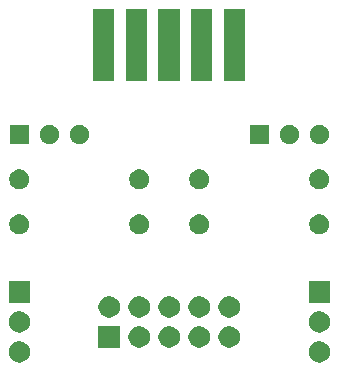
<source format=gts>
G04 #@! TF.GenerationSoftware,KiCad,Pcbnew,(5.1.5)-3*
G04 #@! TF.CreationDate,2020-12-13T23:28:04+01:00*
G04 #@! TF.ProjectId,A7800 Adapter,41373830-3020-4416-9461-707465722e6b,rev?*
G04 #@! TF.SameCoordinates,Original*
G04 #@! TF.FileFunction,Soldermask,Top*
G04 #@! TF.FilePolarity,Negative*
%FSLAX46Y46*%
G04 Gerber Fmt 4.6, Leading zero omitted, Abs format (unit mm)*
G04 Created by KiCad (PCBNEW (5.1.5)-3) date 2020-12-13 23:28:04*
%MOMM*%
%LPD*%
G04 APERTURE LIST*
%ADD10C,0.100000*%
G04 APERTURE END LIST*
D10*
G36*
X155053512Y-89908927D02*
G01*
X155202812Y-89938624D01*
X155366784Y-90006544D01*
X155514354Y-90105147D01*
X155639853Y-90230646D01*
X155738456Y-90378216D01*
X155806376Y-90542188D01*
X155841000Y-90716259D01*
X155841000Y-90893741D01*
X155806376Y-91067812D01*
X155738456Y-91231784D01*
X155639853Y-91379354D01*
X155514354Y-91504853D01*
X155366784Y-91603456D01*
X155202812Y-91671376D01*
X155053512Y-91701073D01*
X155028742Y-91706000D01*
X154851258Y-91706000D01*
X154826488Y-91701073D01*
X154677188Y-91671376D01*
X154513216Y-91603456D01*
X154365646Y-91504853D01*
X154240147Y-91379354D01*
X154141544Y-91231784D01*
X154073624Y-91067812D01*
X154039000Y-90893741D01*
X154039000Y-90716259D01*
X154073624Y-90542188D01*
X154141544Y-90378216D01*
X154240147Y-90230646D01*
X154365646Y-90105147D01*
X154513216Y-90006544D01*
X154677188Y-89938624D01*
X154826488Y-89908927D01*
X154851258Y-89904000D01*
X155028742Y-89904000D01*
X155053512Y-89908927D01*
G37*
G36*
X129653512Y-89908927D02*
G01*
X129802812Y-89938624D01*
X129966784Y-90006544D01*
X130114354Y-90105147D01*
X130239853Y-90230646D01*
X130338456Y-90378216D01*
X130406376Y-90542188D01*
X130441000Y-90716259D01*
X130441000Y-90893741D01*
X130406376Y-91067812D01*
X130338456Y-91231784D01*
X130239853Y-91379354D01*
X130114354Y-91504853D01*
X129966784Y-91603456D01*
X129802812Y-91671376D01*
X129653512Y-91701073D01*
X129628742Y-91706000D01*
X129451258Y-91706000D01*
X129426488Y-91701073D01*
X129277188Y-91671376D01*
X129113216Y-91603456D01*
X128965646Y-91504853D01*
X128840147Y-91379354D01*
X128741544Y-91231784D01*
X128673624Y-91067812D01*
X128639000Y-90893741D01*
X128639000Y-90716259D01*
X128673624Y-90542188D01*
X128741544Y-90378216D01*
X128840147Y-90230646D01*
X128965646Y-90105147D01*
X129113216Y-90006544D01*
X129277188Y-89938624D01*
X129426488Y-89908927D01*
X129451258Y-89904000D01*
X129628742Y-89904000D01*
X129653512Y-89908927D01*
G37*
G36*
X139966778Y-88655547D02*
G01*
X140133224Y-88724491D01*
X140283022Y-88824583D01*
X140410417Y-88951978D01*
X140510509Y-89101776D01*
X140579453Y-89268222D01*
X140614600Y-89444918D01*
X140614600Y-89625082D01*
X140579453Y-89801778D01*
X140510509Y-89968224D01*
X140410417Y-90118022D01*
X140283022Y-90245417D01*
X140133224Y-90345509D01*
X139966778Y-90414453D01*
X139790082Y-90449600D01*
X139609918Y-90449600D01*
X139433222Y-90414453D01*
X139266776Y-90345509D01*
X139116978Y-90245417D01*
X138989583Y-90118022D01*
X138889491Y-89968224D01*
X138820547Y-89801778D01*
X138785400Y-89625082D01*
X138785400Y-89444918D01*
X138820547Y-89268222D01*
X138889491Y-89101776D01*
X138989583Y-88951978D01*
X139116978Y-88824583D01*
X139266776Y-88724491D01*
X139433222Y-88655547D01*
X139609918Y-88620400D01*
X139790082Y-88620400D01*
X139966778Y-88655547D01*
G37*
G36*
X138074600Y-90449600D02*
G01*
X136245400Y-90449600D01*
X136245400Y-88620400D01*
X138074600Y-88620400D01*
X138074600Y-90449600D01*
G37*
G36*
X142506778Y-88655547D02*
G01*
X142673224Y-88724491D01*
X142823022Y-88824583D01*
X142950417Y-88951978D01*
X143050509Y-89101776D01*
X143119453Y-89268222D01*
X143154600Y-89444918D01*
X143154600Y-89625082D01*
X143119453Y-89801778D01*
X143050509Y-89968224D01*
X142950417Y-90118022D01*
X142823022Y-90245417D01*
X142673224Y-90345509D01*
X142506778Y-90414453D01*
X142330082Y-90449600D01*
X142149918Y-90449600D01*
X141973222Y-90414453D01*
X141806776Y-90345509D01*
X141656978Y-90245417D01*
X141529583Y-90118022D01*
X141429491Y-89968224D01*
X141360547Y-89801778D01*
X141325400Y-89625082D01*
X141325400Y-89444918D01*
X141360547Y-89268222D01*
X141429491Y-89101776D01*
X141529583Y-88951978D01*
X141656978Y-88824583D01*
X141806776Y-88724491D01*
X141973222Y-88655547D01*
X142149918Y-88620400D01*
X142330082Y-88620400D01*
X142506778Y-88655547D01*
G37*
G36*
X147586778Y-88655547D02*
G01*
X147753224Y-88724491D01*
X147903022Y-88824583D01*
X148030417Y-88951978D01*
X148130509Y-89101776D01*
X148199453Y-89268222D01*
X148234600Y-89444918D01*
X148234600Y-89625082D01*
X148199453Y-89801778D01*
X148130509Y-89968224D01*
X148030417Y-90118022D01*
X147903022Y-90245417D01*
X147753224Y-90345509D01*
X147586778Y-90414453D01*
X147410082Y-90449600D01*
X147229918Y-90449600D01*
X147053222Y-90414453D01*
X146886776Y-90345509D01*
X146736978Y-90245417D01*
X146609583Y-90118022D01*
X146509491Y-89968224D01*
X146440547Y-89801778D01*
X146405400Y-89625082D01*
X146405400Y-89444918D01*
X146440547Y-89268222D01*
X146509491Y-89101776D01*
X146609583Y-88951978D01*
X146736978Y-88824583D01*
X146886776Y-88724491D01*
X147053222Y-88655547D01*
X147229918Y-88620400D01*
X147410082Y-88620400D01*
X147586778Y-88655547D01*
G37*
G36*
X145046778Y-88655547D02*
G01*
X145213224Y-88724491D01*
X145363022Y-88824583D01*
X145490417Y-88951978D01*
X145590509Y-89101776D01*
X145659453Y-89268222D01*
X145694600Y-89444918D01*
X145694600Y-89625082D01*
X145659453Y-89801778D01*
X145590509Y-89968224D01*
X145490417Y-90118022D01*
X145363022Y-90245417D01*
X145213224Y-90345509D01*
X145046778Y-90414453D01*
X144870082Y-90449600D01*
X144689918Y-90449600D01*
X144513222Y-90414453D01*
X144346776Y-90345509D01*
X144196978Y-90245417D01*
X144069583Y-90118022D01*
X143969491Y-89968224D01*
X143900547Y-89801778D01*
X143865400Y-89625082D01*
X143865400Y-89444918D01*
X143900547Y-89268222D01*
X143969491Y-89101776D01*
X144069583Y-88951978D01*
X144196978Y-88824583D01*
X144346776Y-88724491D01*
X144513222Y-88655547D01*
X144689918Y-88620400D01*
X144870082Y-88620400D01*
X145046778Y-88655547D01*
G37*
G36*
X129653512Y-87368927D02*
G01*
X129802812Y-87398624D01*
X129966784Y-87466544D01*
X130114354Y-87565147D01*
X130239853Y-87690646D01*
X130338456Y-87838216D01*
X130406376Y-88002188D01*
X130441000Y-88176259D01*
X130441000Y-88353741D01*
X130406376Y-88527812D01*
X130338456Y-88691784D01*
X130239853Y-88839354D01*
X130114354Y-88964853D01*
X129966784Y-89063456D01*
X129802812Y-89131376D01*
X129653512Y-89161073D01*
X129628742Y-89166000D01*
X129451258Y-89166000D01*
X129426488Y-89161073D01*
X129277188Y-89131376D01*
X129113216Y-89063456D01*
X128965646Y-88964853D01*
X128840147Y-88839354D01*
X128741544Y-88691784D01*
X128673624Y-88527812D01*
X128639000Y-88353741D01*
X128639000Y-88176259D01*
X128673624Y-88002188D01*
X128741544Y-87838216D01*
X128840147Y-87690646D01*
X128965646Y-87565147D01*
X129113216Y-87466544D01*
X129277188Y-87398624D01*
X129426488Y-87368927D01*
X129451258Y-87364000D01*
X129628742Y-87364000D01*
X129653512Y-87368927D01*
G37*
G36*
X155053512Y-87368927D02*
G01*
X155202812Y-87398624D01*
X155366784Y-87466544D01*
X155514354Y-87565147D01*
X155639853Y-87690646D01*
X155738456Y-87838216D01*
X155806376Y-88002188D01*
X155841000Y-88176259D01*
X155841000Y-88353741D01*
X155806376Y-88527812D01*
X155738456Y-88691784D01*
X155639853Y-88839354D01*
X155514354Y-88964853D01*
X155366784Y-89063456D01*
X155202812Y-89131376D01*
X155053512Y-89161073D01*
X155028742Y-89166000D01*
X154851258Y-89166000D01*
X154826488Y-89161073D01*
X154677188Y-89131376D01*
X154513216Y-89063456D01*
X154365646Y-88964853D01*
X154240147Y-88839354D01*
X154141544Y-88691784D01*
X154073624Y-88527812D01*
X154039000Y-88353741D01*
X154039000Y-88176259D01*
X154073624Y-88002188D01*
X154141544Y-87838216D01*
X154240147Y-87690646D01*
X154365646Y-87565147D01*
X154513216Y-87466544D01*
X154677188Y-87398624D01*
X154826488Y-87368927D01*
X154851258Y-87364000D01*
X155028742Y-87364000D01*
X155053512Y-87368927D01*
G37*
G36*
X137426778Y-86115547D02*
G01*
X137593224Y-86184491D01*
X137743022Y-86284583D01*
X137870417Y-86411978D01*
X137970509Y-86561776D01*
X138039453Y-86728222D01*
X138074600Y-86904918D01*
X138074600Y-87085082D01*
X138039453Y-87261778D01*
X137970509Y-87428224D01*
X137870417Y-87578022D01*
X137743022Y-87705417D01*
X137593224Y-87805509D01*
X137426778Y-87874453D01*
X137250082Y-87909600D01*
X137069918Y-87909600D01*
X136893222Y-87874453D01*
X136726776Y-87805509D01*
X136576978Y-87705417D01*
X136449583Y-87578022D01*
X136349491Y-87428224D01*
X136280547Y-87261778D01*
X136245400Y-87085082D01*
X136245400Y-86904918D01*
X136280547Y-86728222D01*
X136349491Y-86561776D01*
X136449583Y-86411978D01*
X136576978Y-86284583D01*
X136726776Y-86184491D01*
X136893222Y-86115547D01*
X137069918Y-86080400D01*
X137250082Y-86080400D01*
X137426778Y-86115547D01*
G37*
G36*
X139966778Y-86115547D02*
G01*
X140133224Y-86184491D01*
X140283022Y-86284583D01*
X140410417Y-86411978D01*
X140510509Y-86561776D01*
X140579453Y-86728222D01*
X140614600Y-86904918D01*
X140614600Y-87085082D01*
X140579453Y-87261778D01*
X140510509Y-87428224D01*
X140410417Y-87578022D01*
X140283022Y-87705417D01*
X140133224Y-87805509D01*
X139966778Y-87874453D01*
X139790082Y-87909600D01*
X139609918Y-87909600D01*
X139433222Y-87874453D01*
X139266776Y-87805509D01*
X139116978Y-87705417D01*
X138989583Y-87578022D01*
X138889491Y-87428224D01*
X138820547Y-87261778D01*
X138785400Y-87085082D01*
X138785400Y-86904918D01*
X138820547Y-86728222D01*
X138889491Y-86561776D01*
X138989583Y-86411978D01*
X139116978Y-86284583D01*
X139266776Y-86184491D01*
X139433222Y-86115547D01*
X139609918Y-86080400D01*
X139790082Y-86080400D01*
X139966778Y-86115547D01*
G37*
G36*
X147586778Y-86115547D02*
G01*
X147753224Y-86184491D01*
X147903022Y-86284583D01*
X148030417Y-86411978D01*
X148130509Y-86561776D01*
X148199453Y-86728222D01*
X148234600Y-86904918D01*
X148234600Y-87085082D01*
X148199453Y-87261778D01*
X148130509Y-87428224D01*
X148030417Y-87578022D01*
X147903022Y-87705417D01*
X147753224Y-87805509D01*
X147586778Y-87874453D01*
X147410082Y-87909600D01*
X147229918Y-87909600D01*
X147053222Y-87874453D01*
X146886776Y-87805509D01*
X146736978Y-87705417D01*
X146609583Y-87578022D01*
X146509491Y-87428224D01*
X146440547Y-87261778D01*
X146405400Y-87085082D01*
X146405400Y-86904918D01*
X146440547Y-86728222D01*
X146509491Y-86561776D01*
X146609583Y-86411978D01*
X146736978Y-86284583D01*
X146886776Y-86184491D01*
X147053222Y-86115547D01*
X147229918Y-86080400D01*
X147410082Y-86080400D01*
X147586778Y-86115547D01*
G37*
G36*
X145046778Y-86115547D02*
G01*
X145213224Y-86184491D01*
X145363022Y-86284583D01*
X145490417Y-86411978D01*
X145590509Y-86561776D01*
X145659453Y-86728222D01*
X145694600Y-86904918D01*
X145694600Y-87085082D01*
X145659453Y-87261778D01*
X145590509Y-87428224D01*
X145490417Y-87578022D01*
X145363022Y-87705417D01*
X145213224Y-87805509D01*
X145046778Y-87874453D01*
X144870082Y-87909600D01*
X144689918Y-87909600D01*
X144513222Y-87874453D01*
X144346776Y-87805509D01*
X144196978Y-87705417D01*
X144069583Y-87578022D01*
X143969491Y-87428224D01*
X143900547Y-87261778D01*
X143865400Y-87085082D01*
X143865400Y-86904918D01*
X143900547Y-86728222D01*
X143969491Y-86561776D01*
X144069583Y-86411978D01*
X144196978Y-86284583D01*
X144346776Y-86184491D01*
X144513222Y-86115547D01*
X144689918Y-86080400D01*
X144870082Y-86080400D01*
X145046778Y-86115547D01*
G37*
G36*
X142506778Y-86115547D02*
G01*
X142673224Y-86184491D01*
X142823022Y-86284583D01*
X142950417Y-86411978D01*
X143050509Y-86561776D01*
X143119453Y-86728222D01*
X143154600Y-86904918D01*
X143154600Y-87085082D01*
X143119453Y-87261778D01*
X143050509Y-87428224D01*
X142950417Y-87578022D01*
X142823022Y-87705417D01*
X142673224Y-87805509D01*
X142506778Y-87874453D01*
X142330082Y-87909600D01*
X142149918Y-87909600D01*
X141973222Y-87874453D01*
X141806776Y-87805509D01*
X141656978Y-87705417D01*
X141529583Y-87578022D01*
X141429491Y-87428224D01*
X141360547Y-87261778D01*
X141325400Y-87085082D01*
X141325400Y-86904918D01*
X141360547Y-86728222D01*
X141429491Y-86561776D01*
X141529583Y-86411978D01*
X141656978Y-86284583D01*
X141806776Y-86184491D01*
X141973222Y-86115547D01*
X142149918Y-86080400D01*
X142330082Y-86080400D01*
X142506778Y-86115547D01*
G37*
G36*
X130441000Y-86626000D02*
G01*
X128639000Y-86626000D01*
X128639000Y-84824000D01*
X130441000Y-84824000D01*
X130441000Y-86626000D01*
G37*
G36*
X155841000Y-86626000D02*
G01*
X154039000Y-86626000D01*
X154039000Y-84824000D01*
X155841000Y-84824000D01*
X155841000Y-86626000D01*
G37*
G36*
X129788228Y-79191703D02*
G01*
X129943100Y-79255853D01*
X130082481Y-79348985D01*
X130201015Y-79467519D01*
X130294147Y-79606900D01*
X130358297Y-79761772D01*
X130391000Y-79926184D01*
X130391000Y-80093816D01*
X130358297Y-80258228D01*
X130294147Y-80413100D01*
X130201015Y-80552481D01*
X130082481Y-80671015D01*
X129943100Y-80764147D01*
X129788228Y-80828297D01*
X129623816Y-80861000D01*
X129456184Y-80861000D01*
X129291772Y-80828297D01*
X129136900Y-80764147D01*
X128997519Y-80671015D01*
X128878985Y-80552481D01*
X128785853Y-80413100D01*
X128721703Y-80258228D01*
X128689000Y-80093816D01*
X128689000Y-79926184D01*
X128721703Y-79761772D01*
X128785853Y-79606900D01*
X128878985Y-79467519D01*
X128997519Y-79348985D01*
X129136900Y-79255853D01*
X129291772Y-79191703D01*
X129456184Y-79159000D01*
X129623816Y-79159000D01*
X129788228Y-79191703D01*
G37*
G36*
X145028228Y-79191703D02*
G01*
X145183100Y-79255853D01*
X145322481Y-79348985D01*
X145441015Y-79467519D01*
X145534147Y-79606900D01*
X145598297Y-79761772D01*
X145631000Y-79926184D01*
X145631000Y-80093816D01*
X145598297Y-80258228D01*
X145534147Y-80413100D01*
X145441015Y-80552481D01*
X145322481Y-80671015D01*
X145183100Y-80764147D01*
X145028228Y-80828297D01*
X144863816Y-80861000D01*
X144696184Y-80861000D01*
X144531772Y-80828297D01*
X144376900Y-80764147D01*
X144237519Y-80671015D01*
X144118985Y-80552481D01*
X144025853Y-80413100D01*
X143961703Y-80258228D01*
X143929000Y-80093816D01*
X143929000Y-79926184D01*
X143961703Y-79761772D01*
X144025853Y-79606900D01*
X144118985Y-79467519D01*
X144237519Y-79348985D01*
X144376900Y-79255853D01*
X144531772Y-79191703D01*
X144696184Y-79159000D01*
X144863816Y-79159000D01*
X145028228Y-79191703D01*
G37*
G36*
X155188228Y-79191703D02*
G01*
X155343100Y-79255853D01*
X155482481Y-79348985D01*
X155601015Y-79467519D01*
X155694147Y-79606900D01*
X155758297Y-79761772D01*
X155791000Y-79926184D01*
X155791000Y-80093816D01*
X155758297Y-80258228D01*
X155694147Y-80413100D01*
X155601015Y-80552481D01*
X155482481Y-80671015D01*
X155343100Y-80764147D01*
X155188228Y-80828297D01*
X155023816Y-80861000D01*
X154856184Y-80861000D01*
X154691772Y-80828297D01*
X154536900Y-80764147D01*
X154397519Y-80671015D01*
X154278985Y-80552481D01*
X154185853Y-80413100D01*
X154121703Y-80258228D01*
X154089000Y-80093816D01*
X154089000Y-79926184D01*
X154121703Y-79761772D01*
X154185853Y-79606900D01*
X154278985Y-79467519D01*
X154397519Y-79348985D01*
X154536900Y-79255853D01*
X154691772Y-79191703D01*
X154856184Y-79159000D01*
X155023816Y-79159000D01*
X155188228Y-79191703D01*
G37*
G36*
X139948228Y-79191703D02*
G01*
X140103100Y-79255853D01*
X140242481Y-79348985D01*
X140361015Y-79467519D01*
X140454147Y-79606900D01*
X140518297Y-79761772D01*
X140551000Y-79926184D01*
X140551000Y-80093816D01*
X140518297Y-80258228D01*
X140454147Y-80413100D01*
X140361015Y-80552481D01*
X140242481Y-80671015D01*
X140103100Y-80764147D01*
X139948228Y-80828297D01*
X139783816Y-80861000D01*
X139616184Y-80861000D01*
X139451772Y-80828297D01*
X139296900Y-80764147D01*
X139157519Y-80671015D01*
X139038985Y-80552481D01*
X138945853Y-80413100D01*
X138881703Y-80258228D01*
X138849000Y-80093816D01*
X138849000Y-79926184D01*
X138881703Y-79761772D01*
X138945853Y-79606900D01*
X139038985Y-79467519D01*
X139157519Y-79348985D01*
X139296900Y-79255853D01*
X139451772Y-79191703D01*
X139616184Y-79159000D01*
X139783816Y-79159000D01*
X139948228Y-79191703D01*
G37*
G36*
X145028228Y-75381703D02*
G01*
X145183100Y-75445853D01*
X145322481Y-75538985D01*
X145441015Y-75657519D01*
X145534147Y-75796900D01*
X145598297Y-75951772D01*
X145631000Y-76116184D01*
X145631000Y-76283816D01*
X145598297Y-76448228D01*
X145534147Y-76603100D01*
X145441015Y-76742481D01*
X145322481Y-76861015D01*
X145183100Y-76954147D01*
X145028228Y-77018297D01*
X144863816Y-77051000D01*
X144696184Y-77051000D01*
X144531772Y-77018297D01*
X144376900Y-76954147D01*
X144237519Y-76861015D01*
X144118985Y-76742481D01*
X144025853Y-76603100D01*
X143961703Y-76448228D01*
X143929000Y-76283816D01*
X143929000Y-76116184D01*
X143961703Y-75951772D01*
X144025853Y-75796900D01*
X144118985Y-75657519D01*
X144237519Y-75538985D01*
X144376900Y-75445853D01*
X144531772Y-75381703D01*
X144696184Y-75349000D01*
X144863816Y-75349000D01*
X145028228Y-75381703D01*
G37*
G36*
X129788228Y-75381703D02*
G01*
X129943100Y-75445853D01*
X130082481Y-75538985D01*
X130201015Y-75657519D01*
X130294147Y-75796900D01*
X130358297Y-75951772D01*
X130391000Y-76116184D01*
X130391000Y-76283816D01*
X130358297Y-76448228D01*
X130294147Y-76603100D01*
X130201015Y-76742481D01*
X130082481Y-76861015D01*
X129943100Y-76954147D01*
X129788228Y-77018297D01*
X129623816Y-77051000D01*
X129456184Y-77051000D01*
X129291772Y-77018297D01*
X129136900Y-76954147D01*
X128997519Y-76861015D01*
X128878985Y-76742481D01*
X128785853Y-76603100D01*
X128721703Y-76448228D01*
X128689000Y-76283816D01*
X128689000Y-76116184D01*
X128721703Y-75951772D01*
X128785853Y-75796900D01*
X128878985Y-75657519D01*
X128997519Y-75538985D01*
X129136900Y-75445853D01*
X129291772Y-75381703D01*
X129456184Y-75349000D01*
X129623816Y-75349000D01*
X129788228Y-75381703D01*
G37*
G36*
X139948228Y-75381703D02*
G01*
X140103100Y-75445853D01*
X140242481Y-75538985D01*
X140361015Y-75657519D01*
X140454147Y-75796900D01*
X140518297Y-75951772D01*
X140551000Y-76116184D01*
X140551000Y-76283816D01*
X140518297Y-76448228D01*
X140454147Y-76603100D01*
X140361015Y-76742481D01*
X140242481Y-76861015D01*
X140103100Y-76954147D01*
X139948228Y-77018297D01*
X139783816Y-77051000D01*
X139616184Y-77051000D01*
X139451772Y-77018297D01*
X139296900Y-76954147D01*
X139157519Y-76861015D01*
X139038985Y-76742481D01*
X138945853Y-76603100D01*
X138881703Y-76448228D01*
X138849000Y-76283816D01*
X138849000Y-76116184D01*
X138881703Y-75951772D01*
X138945853Y-75796900D01*
X139038985Y-75657519D01*
X139157519Y-75538985D01*
X139296900Y-75445853D01*
X139451772Y-75381703D01*
X139616184Y-75349000D01*
X139783816Y-75349000D01*
X139948228Y-75381703D01*
G37*
G36*
X155188228Y-75381703D02*
G01*
X155343100Y-75445853D01*
X155482481Y-75538985D01*
X155601015Y-75657519D01*
X155694147Y-75796900D01*
X155758297Y-75951772D01*
X155791000Y-76116184D01*
X155791000Y-76283816D01*
X155758297Y-76448228D01*
X155694147Y-76603100D01*
X155601015Y-76742481D01*
X155482481Y-76861015D01*
X155343100Y-76954147D01*
X155188228Y-77018297D01*
X155023816Y-77051000D01*
X154856184Y-77051000D01*
X154691772Y-77018297D01*
X154536900Y-76954147D01*
X154397519Y-76861015D01*
X154278985Y-76742481D01*
X154185853Y-76603100D01*
X154121703Y-76448228D01*
X154089000Y-76283816D01*
X154089000Y-76116184D01*
X154121703Y-75951772D01*
X154185853Y-75796900D01*
X154278985Y-75657519D01*
X154397519Y-75538985D01*
X154536900Y-75445853D01*
X154691772Y-75381703D01*
X154856184Y-75349000D01*
X155023816Y-75349000D01*
X155188228Y-75381703D01*
G37*
G36*
X152636560Y-71610166D02*
G01*
X152784153Y-71671301D01*
X152916982Y-71760055D01*
X153029945Y-71873018D01*
X153118699Y-72005847D01*
X153179834Y-72153440D01*
X153211000Y-72310123D01*
X153211000Y-72469877D01*
X153179834Y-72626560D01*
X153118699Y-72774153D01*
X153029945Y-72906982D01*
X152916982Y-73019945D01*
X152784153Y-73108699D01*
X152784152Y-73108700D01*
X152784151Y-73108700D01*
X152636560Y-73169834D01*
X152479878Y-73201000D01*
X152320122Y-73201000D01*
X152163440Y-73169834D01*
X152015849Y-73108700D01*
X152015848Y-73108700D01*
X152015847Y-73108699D01*
X151883018Y-73019945D01*
X151770055Y-72906982D01*
X151681301Y-72774153D01*
X151620166Y-72626560D01*
X151589000Y-72469877D01*
X151589000Y-72310123D01*
X151620166Y-72153440D01*
X151681301Y-72005847D01*
X151770055Y-71873018D01*
X151883018Y-71760055D01*
X152015847Y-71671301D01*
X152163440Y-71610166D01*
X152320122Y-71579000D01*
X152479878Y-71579000D01*
X152636560Y-71610166D01*
G37*
G36*
X130351000Y-73201000D02*
G01*
X128729000Y-73201000D01*
X128729000Y-71579000D01*
X130351000Y-71579000D01*
X130351000Y-73201000D01*
G37*
G36*
X132316560Y-71610166D02*
G01*
X132464153Y-71671301D01*
X132596982Y-71760055D01*
X132709945Y-71873018D01*
X132798699Y-72005847D01*
X132859834Y-72153440D01*
X132891000Y-72310123D01*
X132891000Y-72469877D01*
X132859834Y-72626560D01*
X132798699Y-72774153D01*
X132709945Y-72906982D01*
X132596982Y-73019945D01*
X132464153Y-73108699D01*
X132464152Y-73108700D01*
X132464151Y-73108700D01*
X132316560Y-73169834D01*
X132159878Y-73201000D01*
X132000122Y-73201000D01*
X131843440Y-73169834D01*
X131695849Y-73108700D01*
X131695848Y-73108700D01*
X131695847Y-73108699D01*
X131563018Y-73019945D01*
X131450055Y-72906982D01*
X131361301Y-72774153D01*
X131300166Y-72626560D01*
X131269000Y-72469877D01*
X131269000Y-72310123D01*
X131300166Y-72153440D01*
X131361301Y-72005847D01*
X131450055Y-71873018D01*
X131563018Y-71760055D01*
X131695847Y-71671301D01*
X131843440Y-71610166D01*
X132000122Y-71579000D01*
X132159878Y-71579000D01*
X132316560Y-71610166D01*
G37*
G36*
X150671000Y-73201000D02*
G01*
X149049000Y-73201000D01*
X149049000Y-71579000D01*
X150671000Y-71579000D01*
X150671000Y-73201000D01*
G37*
G36*
X155176560Y-71610166D02*
G01*
X155324153Y-71671301D01*
X155456982Y-71760055D01*
X155569945Y-71873018D01*
X155658699Y-72005847D01*
X155719834Y-72153440D01*
X155751000Y-72310123D01*
X155751000Y-72469877D01*
X155719834Y-72626560D01*
X155658699Y-72774153D01*
X155569945Y-72906982D01*
X155456982Y-73019945D01*
X155324153Y-73108699D01*
X155324152Y-73108700D01*
X155324151Y-73108700D01*
X155176560Y-73169834D01*
X155019878Y-73201000D01*
X154860122Y-73201000D01*
X154703440Y-73169834D01*
X154555849Y-73108700D01*
X154555848Y-73108700D01*
X154555847Y-73108699D01*
X154423018Y-73019945D01*
X154310055Y-72906982D01*
X154221301Y-72774153D01*
X154160166Y-72626560D01*
X154129000Y-72469877D01*
X154129000Y-72310123D01*
X154160166Y-72153440D01*
X154221301Y-72005847D01*
X154310055Y-71873018D01*
X154423018Y-71760055D01*
X154555847Y-71671301D01*
X154703440Y-71610166D01*
X154860122Y-71579000D01*
X155019878Y-71579000D01*
X155176560Y-71610166D01*
G37*
G36*
X134856560Y-71610166D02*
G01*
X135004153Y-71671301D01*
X135136982Y-71760055D01*
X135249945Y-71873018D01*
X135338699Y-72005847D01*
X135399834Y-72153440D01*
X135431000Y-72310123D01*
X135431000Y-72469877D01*
X135399834Y-72626560D01*
X135338699Y-72774153D01*
X135249945Y-72906982D01*
X135136982Y-73019945D01*
X135004153Y-73108699D01*
X135004152Y-73108700D01*
X135004151Y-73108700D01*
X134856560Y-73169834D01*
X134699878Y-73201000D01*
X134540122Y-73201000D01*
X134383440Y-73169834D01*
X134235849Y-73108700D01*
X134235848Y-73108700D01*
X134235847Y-73108699D01*
X134103018Y-73019945D01*
X133990055Y-72906982D01*
X133901301Y-72774153D01*
X133840166Y-72626560D01*
X133809000Y-72469877D01*
X133809000Y-72310123D01*
X133840166Y-72153440D01*
X133901301Y-72005847D01*
X133990055Y-71873018D01*
X134103018Y-71760055D01*
X134235847Y-71671301D01*
X134383440Y-71610166D01*
X134540122Y-71579000D01*
X134699878Y-71579000D01*
X134856560Y-71610166D01*
G37*
G36*
X143125500Y-67884500D02*
G01*
X141323500Y-67884500D01*
X141323500Y-61782500D01*
X143125500Y-61782500D01*
X143125500Y-67884500D01*
G37*
G36*
X140355500Y-67884500D02*
G01*
X138553500Y-67884500D01*
X138553500Y-61782500D01*
X140355500Y-61782500D01*
X140355500Y-67884500D01*
G37*
G36*
X137585500Y-67884500D02*
G01*
X135783500Y-67884500D01*
X135783500Y-61782500D01*
X137585500Y-61782500D01*
X137585500Y-67884500D01*
G37*
G36*
X145895500Y-67884500D02*
G01*
X144093500Y-67884500D01*
X144093500Y-61782500D01*
X145895500Y-61782500D01*
X145895500Y-67884500D01*
G37*
G36*
X148665500Y-67884500D02*
G01*
X146863500Y-67884500D01*
X146863500Y-61782500D01*
X148665500Y-61782500D01*
X148665500Y-67884500D01*
G37*
M02*

</source>
